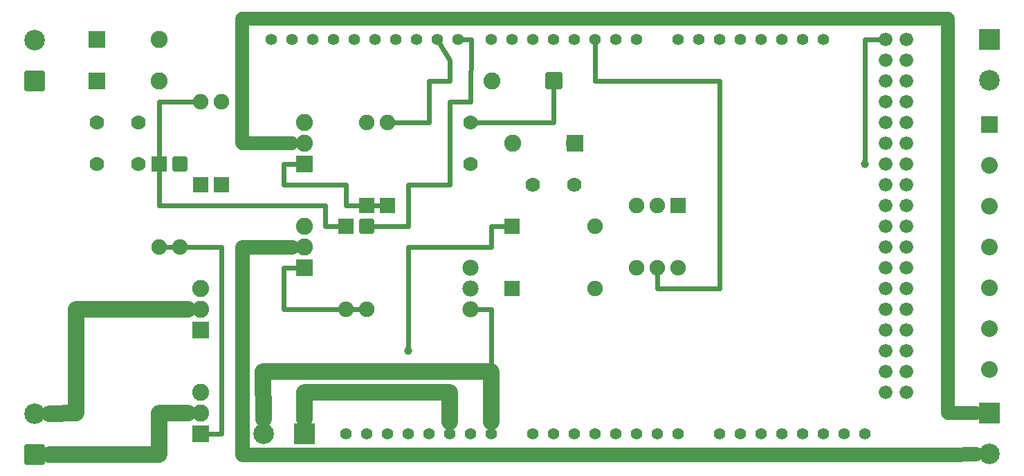
<source format=gbl>
G04 MADE WITH FRITZING*
G04 WWW.FRITZING.ORG*
G04 DOUBLE SIDED*
G04 HOLES PLATED*
G04 CONTOUR ON CENTER OF CONTOUR VECTOR*
%ASAXBY*%
%FSLAX23Y23*%
%MOIN*%
%OFA0B0*%
%SFA1.0B1.0*%
%ADD10C,0.078000*%
%ADD11C,0.099055*%
%ADD12C,0.082000*%
%ADD13C,0.070000*%
%ADD14C,0.055990*%
%ADD15C,0.065993*%
%ADD16C,0.065965*%
%ADD17C,0.075000*%
%ADD18C,0.080000*%
%ADD19C,0.039370*%
%ADD20R,0.082000X0.082000*%
%ADD21R,0.099055X0.099055*%
%ADD22R,0.075000X0.075000*%
%ADD23R,0.080000X0.080000*%
%ADD24C,0.024000*%
%ADD25C,0.067000*%
%ADD26C,0.020000*%
%LNCOPPER0*%
G90*
G70*
G54D10*
X2371Y989D03*
X2371Y889D03*
X2371Y789D03*
G54D11*
X271Y1889D03*
X271Y2085D03*
X271Y89D03*
X271Y285D03*
G54D12*
X1071Y189D03*
X1071Y289D03*
X1071Y389D03*
X1571Y989D03*
X1571Y1089D03*
X1571Y1189D03*
X1071Y689D03*
X1071Y789D03*
X1071Y889D03*
X1571Y1489D03*
X1571Y1589D03*
X1571Y1689D03*
X2871Y1589D03*
X2573Y1589D03*
X571Y2089D03*
X869Y2089D03*
X2771Y1889D03*
X2473Y1889D03*
X571Y1889D03*
X869Y1889D03*
G54D13*
X2671Y1389D03*
X2871Y1389D03*
X771Y1489D03*
X771Y1689D03*
X2371Y1489D03*
X2371Y1689D03*
X571Y1489D03*
X571Y1689D03*
G54D11*
X1571Y189D03*
X1374Y189D03*
X4871Y2089D03*
X4871Y1892D03*
X4871Y289D03*
X4871Y92D03*
G54D14*
X3671Y189D03*
X2071Y189D03*
X3771Y189D03*
X3871Y189D03*
X3971Y189D03*
X4071Y189D03*
G54D15*
X4371Y1589D03*
G54D14*
X4171Y189D03*
X4271Y189D03*
X2111Y2089D03*
X2671Y189D03*
X2771Y189D03*
X2871Y189D03*
X2971Y189D03*
G54D15*
X4371Y789D03*
G54D14*
X3071Y189D03*
X3171Y189D03*
X3271Y189D03*
X3371Y189D03*
X2871Y2089D03*
G54D15*
X4371Y1989D03*
X4371Y1189D03*
X4371Y389D03*
G54D14*
X1711Y2089D03*
X2471Y189D03*
X2471Y2089D03*
G54D15*
X4371Y1789D03*
X4371Y1389D03*
G54D16*
X4371Y989D03*
G54D14*
X4071Y2089D03*
G54D15*
X4371Y589D03*
G54D14*
X3971Y2089D03*
X3871Y2089D03*
X3771Y2089D03*
X3671Y2089D03*
X3571Y2089D03*
X3471Y2089D03*
X3371Y2089D03*
X1511Y2089D03*
X1911Y2089D03*
X2311Y2089D03*
X1871Y189D03*
X2271Y189D03*
X3071Y2089D03*
X2671Y2089D03*
G54D15*
X4371Y2089D03*
X4371Y1889D03*
X4371Y1689D03*
X4371Y1489D03*
X4371Y1289D03*
X4371Y1089D03*
X4371Y889D03*
X4371Y689D03*
G54D16*
X4371Y489D03*
G54D14*
X1411Y2089D03*
X1611Y2089D03*
X1811Y2089D03*
X2011Y2089D03*
X2211Y2089D03*
X1771Y189D03*
X1971Y189D03*
X2171Y189D03*
X2371Y189D03*
X3171Y2089D03*
X2971Y2089D03*
X2771Y2089D03*
X2571Y2089D03*
G54D15*
X4471Y2089D03*
X4471Y1989D03*
X4471Y1889D03*
X4471Y1789D03*
X4471Y1689D03*
X4471Y1589D03*
X4471Y1489D03*
X4471Y1389D03*
X4471Y1289D03*
X4471Y1189D03*
X4471Y1089D03*
G54D16*
X4471Y989D03*
G54D15*
X4471Y889D03*
X4471Y789D03*
X4471Y689D03*
X4471Y589D03*
G54D16*
X4471Y489D03*
G54D15*
X4471Y389D03*
G54D14*
X3571Y189D03*
G54D17*
X3371Y1289D03*
X3371Y989D03*
X3271Y1289D03*
X3271Y989D03*
X3171Y1289D03*
X3171Y989D03*
X2571Y889D03*
X2971Y889D03*
X1871Y1289D03*
X1871Y1689D03*
X1071Y1389D03*
X1071Y1789D03*
X1871Y1189D03*
X1871Y789D03*
X971Y1489D03*
X971Y1089D03*
X1771Y1189D03*
X1771Y789D03*
X871Y1489D03*
X871Y1089D03*
X1971Y1289D03*
X1971Y1689D03*
X1171Y1389D03*
X1171Y1789D03*
X2571Y1189D03*
X2971Y1189D03*
G54D18*
X4871Y1679D03*
X4871Y1482D03*
X4871Y1285D03*
X4871Y1089D03*
X4871Y892D03*
X4871Y695D03*
X4871Y498D03*
G54D19*
X4271Y1489D03*
X2071Y589D03*
G54D20*
X1071Y189D03*
X1571Y989D03*
X1071Y689D03*
X1571Y1489D03*
X2872Y1589D03*
X570Y2089D03*
X570Y1889D03*
G54D21*
X1571Y189D03*
X4871Y2089D03*
X4871Y289D03*
G54D22*
X3371Y1289D03*
X2571Y889D03*
X1871Y1289D03*
X1071Y1389D03*
X1771Y1189D03*
X871Y1489D03*
X1971Y1289D03*
X1171Y1389D03*
X2571Y1189D03*
G54D23*
X4871Y1679D03*
G54D24*
X2471Y789D02*
X2401Y789D01*
D02*
X2471Y489D02*
X2471Y789D01*
G54D18*
D02*
X1571Y389D02*
X1571Y257D01*
D02*
X2271Y389D02*
X1571Y389D01*
D02*
X2271Y244D02*
X2271Y389D01*
D02*
X2371Y489D02*
X2471Y489D01*
D02*
X1371Y489D02*
X2371Y489D01*
D02*
X2471Y489D02*
X2471Y244D01*
D02*
X1373Y257D02*
X1371Y489D01*
G54D25*
D02*
X1271Y1589D02*
X1511Y1589D01*
D02*
X1271Y2189D02*
X1271Y1589D01*
D02*
X4671Y289D02*
X4670Y2188D01*
D02*
X4670Y2188D02*
X1271Y2189D01*
D02*
X4802Y289D02*
X4671Y289D01*
G54D13*
D02*
X1271Y1089D02*
X1511Y1089D01*
D02*
X1271Y89D02*
X1271Y1089D01*
D02*
X4671Y89D02*
X4670Y87D01*
D02*
X4670Y87D02*
X1271Y89D01*
D02*
X4802Y91D02*
X4671Y89D01*
G54D24*
D02*
X2372Y2087D02*
X2371Y1789D01*
D02*
X2071Y1389D02*
X2071Y1189D01*
D02*
X2271Y1389D02*
X2071Y1389D01*
D02*
X2071Y1189D02*
X1899Y1189D01*
D02*
X2371Y1789D02*
X2271Y1789D01*
D02*
X2271Y1789D02*
X2271Y1389D01*
D02*
X2339Y2088D02*
X2372Y2087D01*
D02*
X1471Y789D02*
X1471Y989D01*
D02*
X1471Y989D02*
X1539Y989D01*
D02*
X1742Y789D02*
X1471Y789D01*
D02*
X1471Y1489D02*
X1471Y1389D01*
D02*
X1771Y1389D02*
X1771Y1289D01*
D02*
X1771Y1289D02*
X1842Y1289D01*
D02*
X1471Y1389D02*
X1771Y1389D01*
D02*
X1539Y1489D02*
X1471Y1489D01*
D02*
X1842Y789D02*
X1799Y789D01*
D02*
X1942Y1289D02*
X1899Y1289D01*
D02*
X2171Y1689D02*
X1999Y1689D01*
D02*
X2271Y1889D02*
X2171Y1889D01*
D02*
X2171Y1889D02*
X2171Y1689D01*
D02*
X2271Y1989D02*
X2271Y1889D01*
D02*
X2225Y2065D02*
X2271Y1989D01*
D02*
X2971Y2061D02*
X2971Y1889D01*
D02*
X3571Y1889D02*
X3571Y889D01*
D02*
X2971Y1889D02*
X3571Y1889D01*
D02*
X3571Y889D02*
X3271Y889D01*
D02*
X3271Y889D02*
X3271Y960D01*
D02*
X2771Y1688D02*
X2771Y1856D01*
D02*
X2471Y1689D02*
X2771Y1688D01*
D02*
X2397Y1689D02*
X2471Y1689D01*
D02*
X4271Y2089D02*
X4341Y2089D01*
D02*
X4271Y1508D02*
X4271Y2089D01*
G54D18*
D02*
X471Y789D02*
X1011Y789D01*
D02*
X471Y289D02*
X471Y789D01*
D02*
X339Y286D02*
X471Y289D01*
D02*
X871Y289D02*
X1011Y289D01*
D02*
X871Y89D02*
X871Y289D01*
D02*
X339Y89D02*
X871Y89D01*
G54D24*
D02*
X2471Y1089D02*
X2071Y1089D01*
D02*
X2471Y1189D02*
X2471Y1089D01*
D02*
X2071Y1089D02*
X2071Y608D01*
D02*
X2542Y1189D02*
X2471Y1189D01*
D02*
X871Y1289D02*
X1671Y1289D01*
D02*
X1671Y1289D02*
X1671Y1189D01*
D02*
X871Y1460D02*
X871Y1289D01*
D02*
X1671Y1189D02*
X1742Y1189D01*
D02*
X1171Y189D02*
X1171Y1089D01*
D02*
X1171Y1089D02*
X999Y1089D01*
D02*
X1103Y189D02*
X1171Y189D01*
D02*
X899Y1089D02*
X942Y1089D01*
D02*
X871Y1517D02*
X871Y1789D01*
D02*
X871Y1789D02*
X1042Y1789D01*
G54D26*
X231Y1849D02*
X231Y1928D01*
X310Y1928D01*
X310Y1849D01*
X231Y1849D01*
D02*
X231Y49D02*
X231Y128D01*
X310Y128D01*
X310Y49D01*
X231Y49D01*
D02*
X2741Y1858D02*
X2741Y1920D01*
X2803Y1920D01*
X2803Y1858D01*
X2741Y1858D01*
D02*
X1898Y1161D02*
X1843Y1161D01*
X1843Y1216D01*
X1898Y1216D01*
X1898Y1161D01*
D02*
X998Y1461D02*
X943Y1461D01*
X943Y1516D01*
X998Y1516D01*
X998Y1461D01*
D02*
G04 End of Copper0*
M02*
</source>
